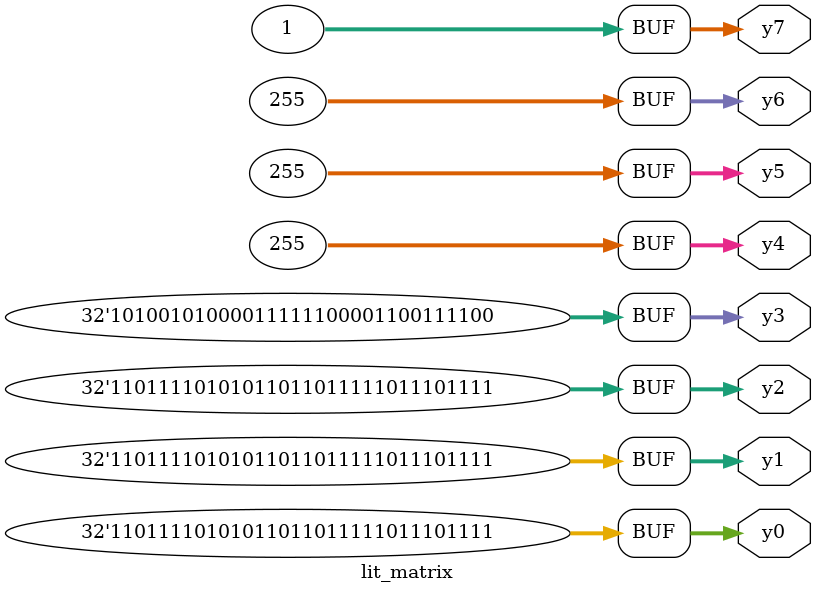
<source format=v>
module lit_matrix(
  output wire [31:0] y0,
  output wire [31:0] y1,
  output wire [31:0] y2,
  output wire [31:0] y3,
  output wire [31:0] y4,
  output wire [31:0] y5,
  output wire [31:0] y6,
  output wire [31:0] y7
);
  // hex casing and underscores
  assign y0 = 32'hDEAD_BEEF;
  assign y1 = 32'hdead_beef;
  assign y2 = 32'HDEAD_BEEF;  // upper-case base

  // binary with underscores
  assign y3 = 32'b1010_0101_0000_1111_1100_0011_0011_1100;

  // octal + decimal
  assign y4 = 32'o377;
  assign y5 = 32'd255;

  // small widths
  assign y6 = 8'hFF;
  assign y7 = 1'b1;
endmodule

</source>
